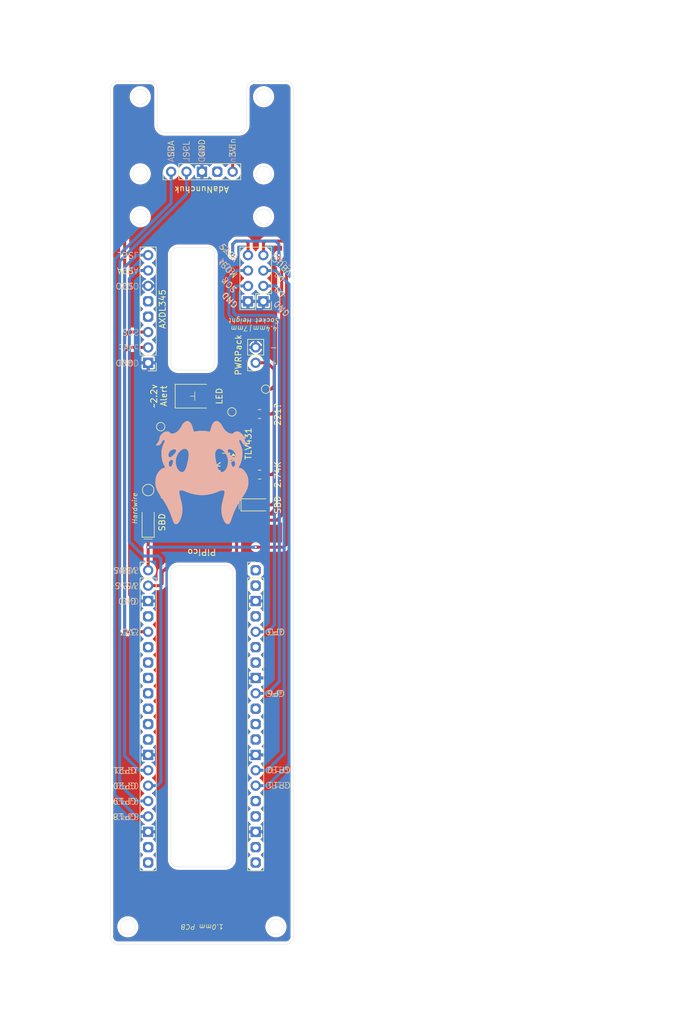
<source format=kicad_pcb>
(kicad_pcb (version 20240108) (generator "pcbnew") (generator_version "8.0")
  (layers (0 "F.Cu" signal) (31 "B.Cu" signal) (34 "B.Paste" user) (35 "F.Paste" user) (36 "B.SilkS" user "B.Silkscreen") (37 "F.SilkS" user "F.Silkscreen") (38 "B.Mask" user) (39 "F.Mask" user) (44 "Edge.Cuts" user))
  (net 0 "")
  (net 1 "3V3")
  (net 2 "GP18")
  (net 3 "GP20")
  (net 4 "GND")
  (net 5 "GP21")
  (net 12 "D-")
  (net 15 "D+")
  (net 19 "GP19")
  (net 33 "221_N")
  (net 34 "221_P")
  (net 35 "3.01K_P")
  (net 36 "USB-PwrIn")
  (net 37 "USB-PwrOut")
  (net 38 "GP3")
  (net 39 "GP6")
  (net 40 "AGND")
  (net 41 "SH_P")
  (footprint "CustomComponents:D_SOD-123F-HandSoldering-0.25mm" (layer "F.Cu") (at 150.05 107.5)
    (property "Reference" "D1" (hide yes))
    (property "Value" "MBR120VLSFT1G")
    (pad "1" smd roundrect (at -1.525 0) (size 1.35 1.6) (layers "F.Cu" "F.Paste" "F.Mask") (roundrect_rratio 0.2272727273) (net 41 "SH_P"))
    (pad "2" smd roundrect (at 1.525 0) (size 1.35 1.6) (layers "F.Cu" "F.Paste" "F.Mask") (roundrect_rratio 0.2272727273) (net 33 "221_N"))
  )
  (footprint "TestPoint:TestPoint_Pad_D1.5mm" (layer "F.Cu") (at 132.25 105.05)
    (property "Reference" "USBPwr1" (hide yes))
    (property "Value" "TestPoint")
    (pad "1" smd roundrect (at 0 0) (size 1.5 1.5) (layers "F.Cu" "F.Mask") (roundrect_rratio 0.33) (net 36 "USB-PwrIn"))
  )
  (footprint "CustomComponents:PinHeader_1x20_P2.54mm_Vertical-LowProfile" (layer "F.Cu") (at 132.25 118.29)
    (property "Reference" "GP20s1" (hide yes))
    (property "Value" "Conn_01x20_Pin")
    (pad "1" thru_hole circle (at 0 0) (size 1.7 1.7) (drill 1) (layers "*.Cu" "*.Mask") (net 37 "USB-PwrOut"))
    (pad "2" thru_hole oval (at 0 2.54) (size 1.7 1.7) (drill 1) (layers "*.Cu" "*.Mask") (net 41 "SH_P"))
    (pad "3" thru_hole rect (at 0 5.08) (size 1.7 1.7) (drill 1) (layers "*.Cu" "*.Mask") (net 4 "GND"))
    (pad "4" thru_hole roundrect (at 0 7.62) (size 1.7 1.7) (drill 1) (layers "*.Cu" "*.Mask") (roundrect_rratio 0) (chamfer_ratio 0.2) (chamfer top_left top_right bottom_left bottom_right))
    (pad "5" thru_hole oval (at 0 10.16) (size 1.7 1.7) (drill 1) (layers "*.Cu" "*.Mask") (net 1 "3V3"))
    (pad "6" thru_hole roundrect (at 0 12.7) (size 1.7 1.7) (drill 1) (layers "*.Cu" "*.Mask") (roundrect_rratio 0) (chamfer_ratio 0.2) (chamfer top_left top_right bottom_left bottom_right))
    (pad "7" thru_hole roundrect (at 0 15.24) (size 1.7 1.7) (drill 1) (layers "*.Cu" "*.Mask") (roundrect_rratio 0) (chamfer_ratio 0.2) (chamfer top_left top_right bottom_left bottom_right))
    (pad "8" thru_hole roundrect (at 0 17.78) (size 1.7 1.7) (drill 1) (layers "*.Cu" "*.Mask") (net 40 "AGND"))
    (pad "9" thru_hole roundrect (at 0 20.32) (size 1.7 1.7) (drill 1) (layers "*.Cu" "*.Mask") (roundrect_rratio 0) (chamfer_ratio 0.2) (chamfer top_left top_right bottom_left bottom_right))
    (pad "10" thru_hole roundrect (at 0 22.86) (size 1.7 1.7) (drill 1) (layers "*.Cu" "*.Mask") (roundrect_rratio 0) (chamfer_ratio 0.2) (chamfer top_left top_right bottom_left bottom_right))
    (pad "11" thru_hole roundrect (at 0 25.4) (size 1.7 1.7) (drill 1) (layers "*.Cu" "*.Mask") (roundrect_rratio 0) (chamfer_ratio 0.2) (chamfer top_left top_right bottom_left bottom_right))
    (pad "12" thru_hole roundrect (at 0 27.94) (size 1.7 1.7) (drill 1) (layers "*.Cu" "*.Mask") (roundrect_rratio 0) (chamfer_ratio 0.2) (chamfer top_left top_right bottom_left bottom_right))
    (pad "13" thru_hole rect (at 0 30.48) (size 1.7 1.7) (drill 1) (layers "*.Cu" "*.Mask") (net 4 "GND"))
    (pad "14" thru_hole oval (at 0 33.02) (size 1.7 1.7) (drill 1) (layers "*.Cu" "*.Mask") (net 5 "GP21"))
    (pad "15" thru_hole oval (at 0 35.56) (size 1.7 1.7) (drill 1) (layers "*.Cu" "*.Mask") (net 3 "GP20"))
    (pad "16" thru_hole oval (at 0 38.1) (size 1.7 1.7) (drill 1) (layers "*.Cu" "*.Mask") (net 19 "GP19"))
    (pad "17" thru_hole oval (at 0 40.64) (size 1.7 1.7) (drill 1) (layers "*.Cu" "*.Mask") (net 2 "GP18"))
    (pad "18" thru_hole rect (at 0 43.18) (size 1.7 1.7) (drill 1) (layers "*.Cu" "*.Mask") (net 4 "GND"))
    (pad "19" thru_hole roundrect (at 0 45.72) (size 1.7 1.7) (drill 1) (layers "*.Cu" "*.Mask") (roundrect_rratio 0) (chamfer_ratio 0.2) (chamfer top_left top_right bottom_left bottom_right))
    (pad "20" thru_hole roundrect (at 0 48.26) (size 1.7 1.7) (drill 1) (layers "*.Cu" "*.Mask") (roundrect_rratio 0) (chamfer_ratio 0.2) (chamfer top_left top_right bottom_left bottom_right))
  )
  (footprint "Resistor_SMD:R_0805_2012Metric_Pad1.20x1.40mm_HandSolder" (layer "F.Cu") (at 150.65 102.5)
    (property "Reference" "R2" (hide yes))
    (property "Value" "RQ73C2A3K01BTD")
    (pad "1" smd roundrect (at -1 0) (size 1.2 1.4) (layers "F.Cu" "F.Paste" "F.Mask") (roundrect_rratio 0.208333) (net 35 "3.01K_P"))
    (pad "2" smd roundrect (at 1 0) (size 1.2 1.4) (layers "F.Cu" "F.Paste" "F.Mask") (roundrect_rratio 0.208333) (net 33 "221_N"))
  )
  (footprint "Resistor_SMD:R_0805_2012Metric_Pad1.20x1.40mm_HandSolder" (layer "F.Cu") (at 150.65 92.5)
    (property "Reference" "R3" (hide yes))
    (property "Value" "RQ73C2A221RBTD")
    (pad "1" smd roundrect (at -1 0) (size 1.2 1.4) (layers "F.Cu" "F.Paste" "F.Mask") (roundrect_rratio 0.208333) (net 34 "221_P"))
    (pad "2" smd roundrect (at 1 0) (size 1.2 1.4) (layers "F.Cu" "F.Paste" "F.Mask") (roundrect_rratio 0.208333) (net 33 "221_N"))
  )
  (footprint "TestPoint:TestPoint_Pad_D1.0mm" (layer "F.Cu") (at 134.32 94.59)
    (property "Reference" "TP3" (hide yes))
    (property "Value" "TestPoint")
    (pad "1" smd circle (at 0 0) (size 1 1) (layers "F.Cu" "F.Mask") (net 4 "GND"))
  )
  (footprint "CustomComponents:PinSocket_2x04_P2.54mm_Vertical-4mm_Mirrored" (layer "F.Cu") (at 148.735 73.9 180)
    (property "Reference" "ConnBoard1" (hide yes))
    (property "Value" "Conn_02x04_Socket_Custom")
    (pad "1" thru_hole rect (at -2.54 0 180) (size 1.7 1.7) (drill 1) (layers "*.Cu" "*.Mask") (net 4 "GND"))
    (pad "2" thru_hole oval (at -2.54 2.54 180) (size 1.7 1.7) (drill 1) (layers "*.Cu" "*.Mask") (net 15 "D+"))
    (pad "3" thru_hole oval (at -2.54 5.08 180) (size 1.7 1.7) (drill 1) (layers "*.Cu" "*.Mask") (net 12 "D-"))
    (pad "4" thru_hole oval (at -2.54 7.62 180) (size 1.7 1.7) (drill 1) (layers "*.Cu" "*.Mask") (net 37 "USB-PwrOut"))
    (pad "5" thru_hole rect (at 0 0 180) (size 1.7 1.7) (drill 1) (layers "*.Cu" "*.Mask") (net 4 "GND"))
    (pad "6" thru_hole oval (at 0 2.54 180) (size 1.7 1.7) (drill 1) (layers "*.Cu" "*.Mask") (net 39 "GP6"))
    (pad "7" thru_hole oval (at 0 5.08 180) (size 1.7 1.7) (drill 1) (layers "*.Cu" "*.Mask") (net 38 "GP3"))
    (pad "8" thru_hole oval (at 0 7.62 180) (size 1.7 1.7) (drill 1) (layers "*.Cu" "*.Mask") (net 41 "SH_P"))
  )
  (footprint "CustomComponents:D_SOD-123F-HandSoldering-0.25mm" (layer "F.Cu") (at 132.25 110.3725 90)
    (property "Reference" "D3" (hide yes))
    (property "Value" "MBR120VLSFT1G")
    (pad "1" smd roundrect (at -1.525 0 90) (size 1.35 1.6) (layers "F.Cu" "F.Paste" "F.Mask") (roundrect_rratio 0.2272727273) (net 37 "USB-PwrOut"))
    (pad "2" smd roundrect (at 1.525 0 90) (size 1.35 1.6) (layers "F.Cu" "F.Paste" "F.Mask") (roundrect_rratio 0.2272727273) (net 36 "USB-PwrIn"))
  )
  (footprint "CustomComponents:PinHeader_1x05_P2.54mm_Vertical-DoubleInsulator" (layer "F.Cu") (at 136.045 52.5 90)
    (property "Reference" "AdaNunchuk1" (hide yes))
    (property "Value" "Conn_01x05_Pin")
    (pad "1" thru_hole circle (at 0 0 90) (size 1.7 1.7) (drill 1) (layers "*.Cu" "*.Mask") (net 2 "GP18"))
    (pad "2" thru_hole oval (at 0 2.54 90) (size 1.7 1.7) (drill 1) (layers "*.Cu" "*.Mask") (net 19 "GP19"))
    (pad "3" thru_hole rect (at 0 5.08 90) (size 1.7 1.7) (drill 1) (layers "*.Cu" "*.Mask") (net 4 "GND"))
    (pad "4" thru_hole roundrect (at 0 7.62 90) (size 1.7 1.7) (drill 1) (layers "*.Cu" "*.Mask") (roundrect_rratio 0) (chamfer_ratio 0.2) (chamfer top_left top_right bottom_left bottom_right))
    (pad "5" thru_hole oval (at 0 10.16 90) (size 1.7 1.7) (drill 1) (layers "*.Cu" "*.Mask") (net 1 "3V3"))
  )
  (footprint "CustomComponents:SOT-23-HandSoldering-0.25mm" (layer "F.Cu") (at 145.15 97.4125 180)
    (property "Reference" "U1" (hide yes))
    (property "Value" "TLV431DBZ")
    (pad "1" smd roundrect (at -1.0625 -0.95 180) (size 1.725 1.1) (layers "F.Cu" "F.Paste" "F.Mask") (net 35 "3.01K_P"))
    (pad "2" smd roundrect (at -1.0625 0.95 180) (size 1.725 1.1) (layers "F.Cu" "F.Paste" "F.Mask") (net 34 "221_P"))
    (pad "3" smd roundrect (at 1.0625 0 180) (size 1.725 1.1) (layers "F.Cu" "F.Paste" "F.Mask") (net 4 "GND"))
  )
  (footprint "CustomComponents:PinSocket_1x02_P2.54mm_Vertical-4mm" (layer "F.Cu") (at 150 84.04 180)
    (property "Reference" "PWRPack1" (hide yes))
    (property "Value" "Conn_01x02_Pin")
    (pad "1" thru_hole circle (at 0 0 180) (size 1.7 1.7) (drill 1) (layers "*.Cu" "*.Mask") (net 33 "221_N"))
    (pad "2" thru_hole oval (at 0 2.54 180) (size 1.7 1.7) (drill 1) (layers "*.Cu" "*.Mask") (net 4 "GND"))
  )
  (footprint "TestPoint:TestPoint_Pad_D1.0mm" (layer "F.Cu") (at 151.65 88.4)
    (property "Reference" "TP1" (hide yes))
    (property "Value" "TestPoint")
    (pad "1" smd circle (at 0 0) (size 1 1) (layers "F.Cu" "F.Mask") (net 33 "221_N"))
  )
  (footprint "CustomComponents:PinHeader_1x08_P2.54mm_Vertical-LowProfile" (layer "F.Cu") (at 132.25 84.05 180)
    (property "Reference" "AXDL345" (at -2.375 8.874999 -90) (layer "F.SilkS"))
    (property "Value" "Conn_01x08_Pin")
    (pad "1" thru_hole rect (at 0 0 180) (size 1.7 1.7) (drill 1) (layers "*.Cu" "*.Mask") (net 4 "GND"))
    (pad "2" thru_hole oval (at 0 2.54 180) (size 1.7 1.7) (drill 1) (layers "*.Cu" "*.Mask") (net 1 "3V3"))
    (pad "3" thru_hole oval (at 0 5.08 180) (size 1.7 1.7) (drill 1) (layers "*.Cu" "*.Mask") (net 1 "3V3"))
    (pad "4" thru_hole roundrect (at 0 7.62 180) (size 1.7 1.7) (drill 1) (layers "*.Cu" "*.Mask") (roundrect_rratio 0) (chamfer_ratio 0.2) (chamfer top_left top_right bottom_left bottom_right))
    (pad "5" thru_hole roundrect (at 0 10.16 180) (size 1.7 1.7) (drill 1) (layers "*.Cu" "*.Mask") (roundrect_rratio 0) (chamfer_ratio 0.2) (chamfer top_left top_right bottom_left bottom_right))
    (pad "6" thru_hole oval (at 0 12.7 180) (size 1.7 1.7) (drill 1) (layers "*.Cu" "*.Mask") (net 4 "GND"))
    (pad "7" thru_hole oval (at 0 15.24 180) (size 1.7 1.7) (drill 1) (layers "*.Cu" "*.Mask") (net 3 "GP20"))
    (pad "8" thru_hole oval (at 0 17.78 180) (size 1.7 1.7) (drill 1) (layers "*.Cu" "*.Mask") (net 5 "GP21"))
  )
  (footprint "TestPoint:TestPoint_Pad_D1.0mm" (layer "F.Cu") (at 146.075 92.15)
    (property "Reference" "TP4" (hide yes))
    (property "Value" "TestPoint")
    (pad "1" smd circle (at 0 0) (size 1 1) (layers "F.Cu" "F.Mask") (net 34 "221_P"))
  )
  (footprint "Resistor_SMD:R_0805_2012Metric_Pad1.20x1.40mm_HandSolder" (layer "F.Cu") (at 140.65 102.5)
    (property "Reference" "R1" (hide yes))
    (property "Value" "RQ73C2A3K57BTD")
    (pad "1" smd roundrect (at -1 0) (size 1.2 1.4) (layers "F.Cu" "F.Paste" "F.Mask") (roundrect_rratio 0.208333) (net 4 "GND"))
    (pad "2" smd roundrect (at 1 0) (size 1.2 1.4) (layers "F.Cu" "F.Paste" "F.Mask") (roundrect_rratio 0.208333) (net 35 "3.01K_P"))
  )
  (footprint "CustomComponents:LED_1208_Metric_Pad2.4x3.20mm_HandSolder" (layer "F.Cu") (at 139.65 89.55)
    (property "Reference" "D2" (hide yes))
    (property "Value" "QBLP653-S5")
    (pad "1" smd roundrect (at -1.825 0) (size 1.55 3.4) (layers "F.Cu" "F.Paste" "F.Mask") (roundrect_rratio 0.192308) (net 4 "GND"))
    (pad "2" smd roundrect (at 1.825 0) (size 1.55 3.4) (layers "F.Cu" "F.Paste" "F.Mask") (roundrect_rratio 0.192308) (net 34 "221_P"))
  )
  (footprint "TestPoint:TestPoint_Pad_D1.0mm" (layer "F.Cu") (at 146.5 100.85)
    (property "Reference" "TP2" (hide yes))
    (property "Value" "TestPoint")
    (pad "1" smd circle (at 0 0) (size 1 1) (layers "F.Cu" "F.Mask") (net 35 "3.01K_P"))
  )
  (footprint "CustomComponents:PinHeader_1x20_P2.54mm_Vertical-LowProfile" (layer "F.Cu") (at 150 118.29)
    (property "Reference" "GP10s1" (hide yes))
    (property "Value" "Conn_01x20_Pin")
    (pad "1" thru_hole roundrect (at 0 0) (size 1.7 1.7) (drill 1) (layers "*.Cu" "*.Mask") (roundrect_rratio 0) (chamfer_ratio 0.2) (chamfer top_left top_right bottom_left bottom_right))
    (pad "2" thru_hole roundrect (at 0 2.54) (size 1.7 1.7) (drill 1) (layers "*.Cu" "*.Mask") (roundrect_rratio 0) (chamfer_ratio 0.2) (chamfer top_left top_right bottom_left bottom_right))
    (pad "3" thru_hole rect (at 0 5.08) (size 1.7 1.7) (drill 1) (layers "*.Cu" "*.Mask") (net 4 "GND"))
    (pad "4" thru_hole roundrect (at 0 7.62) (size 1.7 1.7) (drill 1) (layers "*.Cu" "*.Mask") (roundrect_rratio 0) (chamfer_ratio 0.2) (chamfer top_left top_right bottom_left bottom_right))
    (pad "5" thru_hole oval (at 0 10.16) (size 1.7 1.7) (drill 1) (layers "*.Cu" "*.Mask") (net 38 "GP3"))
    (pad "6" thru_hole roundrect (at 0 12.7) (size 1.7 1.7) (drill 1) (layers "*.Cu" "*.Mask") (roundrect_rratio 0) (chamfer_ratio 0.2) (chamfer top_left top_right bottom_left bottom_right))
    (pad "7" thru_hole roundrect (at 0 15.24) (size 1.7 1.7) (drill 1) (layers "*.Cu" "*.Mask") (roundrect_rratio 0) (chamfer_ratio 0.2) (chamfer top_left top_right bottom_left bottom_right))
    (pad "8" thru_hole rect (at 0 17.78) (size 1.7 1.7) (drill 1) (layers "*.Cu" "*.Mask") (net 4 "GND"))
    (pad "9" thru_hole oval (at 0 20.32) (size 1.7 1.7) (drill 1) (layers "*.Cu" "*.Mask") (net 39 "GP6"))
    (pad "10" thru_hole roundrect (at 0 22.86) (size 1.7 1.7) (drill 1) (layers "*.Cu" "*.Mask") (roundrect_rratio 0) (chamfer_ratio 0.2) (chamfer top_left top_right bottom_left bottom_right))
    (pad "11" thru_hole roundrect (at 0 25.4) (size 1.7 1.7) (drill 1) (layers "*.Cu" "*.Mask") (roundrect_rratio 0) (chamfer_ratio 0.2) (chamfer top_left top_right bottom_left bottom_right))
    (pad "12" thru_hole roundrect (at 0 27.94) (size 1.7 1.7) (drill 1) (layers "*.Cu" "*.Mask") (roundrect_rratio 0) (chamfer_ratio 0.2) (chamfer top_left top_right bottom_left bottom_right))
    (pad "13" thru_hole rect (at 0 30.48) (size 1.7 1.7) (drill 1) (layers "*.Cu" "*.Mask") (net 4 "GND"))
    (pad "14" thru_hole oval (at 0 33.02) (size 1.7 1.7) (drill 1) (layers "*.Cu" "*.Mask") (net 15 "D+"))
    (pad "15" thru_hole oval (at 0 35.56) (size 1.7 1.7) (drill 1) (layers "*.Cu" "*.Mask") (net 12 "D-"))
    (pad "16" thru_hole roundrect (at 0 38.1) (size 1.7 1.7) (drill 1) (layers "*.Cu" "*.Mask") (roundrect_rratio 0) (chamfer_ratio 0.2) (chamfer top_left top_right bottom_left bottom_right))
    (pad "17" thru_hole roundrect (at 0 40.64) (size 1.7 1.7) (drill 1) (layers "*.Cu" "*.Mask") (roundrect_rratio 0) (chamfer_ratio 0.2) (chamfer top_left top_right bottom_left bottom_right))
    (pad "18" thru_hole rect (at 0 43.18) (size 1.7 1.7) (drill 1) (layers "*.Cu" "*.Mask") (net 4 "GND"))
    (pad "19" thru_hole roundrect (at 0 45.72) (size 1.7 1.7) (drill 1) (layers "*.Cu" "*.Mask") (roundrect_rratio 0) (chamfer_ratio 0.2) (chamfer top_left top_right bottom_left bottom_right))
    (pad "20" thru_hole roundrect (at 0 48.26) (size 1.7 1.7) (drill 1) (layers "*.Cu" "*.Mask") (roundrect_rratio 0) (chamfer_ratio 0.2) (chamfer top_left top_right bottom_left bottom_right))
  )
  (footprint "LOGO" (layer "B.Cu") (at 141.125 102.171375)
    (property "Reference" "G***" (hide yes))
    (property "Value" "LOGO" (hide yes))
  )
  (gr_line (start 147.28 106.8) (end 147.28 108.2) (stroke (width 0.1)) (layer "F.SilkS"))
  (gr_line (start 139.25 89.55) (end 139.95 89.55) (stroke (width 0.1)) (layer "F.SilkS"))
  (gr_line (start 139.95 88.85) (end 139.95 90.25) (stroke (width 0.1)) (layer "F.SilkS"))
  (gr_line (start 131.55 113.14) (end 132.95 113.14) (stroke (width 0.1)) (layer "F.SilkS"))
  (gr_circle (center 151.305 59.9375) (end 151.305 58.6875) (stroke (width 0.05)) (fill none) (layer "Edge.Cuts"))
  (gr_circle (center 130.945 40.12) (end 130.945 38.87) (stroke (width 0.05)) (fill none) (layer "Edge.Cuts"))
  (gr_arc (start 148.5 44.8) (mid 148.133883 45.683883) (end 147.25 46.05) (stroke (width 0.05)) (layer "Edge.Cuts"))
  (gr_arc (start 136 118.75) (mid 136.366117 117.866117) (end 137.25 117.5) (stroke (width 0.05)) (layer "Edge.Cuts"))
  (gr_line (start 137.25 65) (end 142 65) (stroke (width 0.05)) (layer "Edge.Cuts"))
  (gr_line (start 156.25 38.8) (end 156.25 178.8) (stroke (width 0.05)) (layer "Edge.Cuts"))
  (gr_arc (start 135 46.05) (mid 134.116117 45.683883) (end 133.75 44.8) (stroke (width 0.05)) (layer "Edge.Cuts"))
  (gr_circle (center 128.9 177.15) (end 128.9 175.9) (stroke (width 0.05)) (fill none) (layer "Edge.Cuts"))
  (gr_line (start 142 85.25) (end 137.25 85.25) (stroke (width 0.05)) (layer "Edge.Cuts"))
  (gr_arc (start 145 117.5) (mid 145.883883 117.866117) (end 146.25 118.75) (stroke (width 0.05)) (layer "Edge.Cuts"))
  (gr_arc (start 137.25 167.25) (mid 136.366117 166.883883) (end 136 166) (stroke (width 0.05)) (layer "Edge.Cuts"))
  (gr_line (start 148.5 44.8) (end 148.5 38.8) (stroke (width 0.05)) (layer "Edge.Cuts"))
  (gr_arc (start 132.5 37.55) (mid 133.383883 37.916117) (end 133.75 38.8) (stroke (width 0.05)) (layer "Edge.Cuts"))
  (gr_line (start 155 180.05) (end 127.25 180.05) (stroke (width 0.05)) (layer "Edge.Cuts"))
  (gr_arc (start 126 38.8) (mid 126.366117 37.916117) (end 127.25 37.55) (stroke (width 0.05)) (layer "Edge.Cuts"))
  (gr_circle (center 130.945 59.9375) (end 130.945 58.6875) (stroke (width 0.05)) (fill none) (layer "Edge.Cuts"))
  (gr_line (start 146.25 118.75) (end 146.25 166) (stroke (width 0.05)) (layer "Edge.Cuts"))
  (gr_arc (start 143.25 84) (mid 142.883883 84.883883) (end 142 85.25) (stroke (width 0.05)) (layer "Edge.Cuts"))
  (gr_circle (center 151.305 40.12) (end 151.305 38.87) (stroke (width 0.05)) (fill none) (layer "Edge.Cuts"))
  (gr_arc (start 148.5 38.8) (mid 148.866117 37.916117) (end 149.75 37.55) (stroke (width 0.05)) (layer "Edge.Cuts"))
  (gr_line (start 137.25 117.5) (end 145 117.5) (stroke (width 0.05)) (layer "Edge.Cuts"))
  (gr_arc (start 156.25 178.8) (mid 155.883883 179.683883) (end 155 180.05) (stroke (width 0.05)) (layer "Edge.Cuts"))
  (gr_line (start 145 167.25) (end 137.25 167.25) (stroke (width 0.05)) (layer "Edge.Cuts"))
  (gr_line (start 143.25 66.25) (end 143.25 84) (stroke (width 0.05)) (layer "Edge.Cuts"))
  (gr_line (start 136 84) (end 136 66.25) (stroke (width 0.05)) (layer "Edge.Cuts"))
  (gr_line (start 126 178.8) (end 126 38.8) (stroke (width 0.05)) (layer "Edge.Cuts"))
  (gr_arc (start 127.25 180.05) (mid 126.366117 179.683883) (end 126 178.8) (stroke (width 0.05)) (layer "Edge.Cuts"))
  (gr_arc (start 155 37.55) (mid 155.883883 37.916117) (end 156.25 38.8) (stroke (width 0.05)) (layer "Edge.Cuts"))
  (gr_circle (center 153.35 177.15) (end 153.35 175.9) (stroke (width 0.05)) (fill none) (layer "Edge.Cuts"))
  (gr_circle (center 130.945 52.86) (end 130.945 51.61) (stroke (width 0.05)) (fill none) (layer "Edge.Cuts"))
  (gr_line (start 149.75 37.55) (end 155 37.55) (stroke (width 0.05)) (layer "Edge.Cuts"))
  (gr_arc (start 137.25 85.25) (mid 136.366117 84.883883) (end 136 84) (stroke (width 0.05)) (layer "Edge.Cuts"))
  (gr_line (start 133.75 38.8) (end 133.75 44.8) (stroke (width 0.05)) (layer "Edge.Cuts"))
  (gr_circle (center 151.305 52.86) (end 151.305 51.61) (stroke (width 0.05)) (fill none) (layer "Edge.Cuts"))
  (gr_line (start 136 166) (end 136 118.75) (stroke (width 0.05)) (layer "Edge.Cuts"))
  (gr_arc (start 146.25 166) (mid 145.883883 166.883883) (end 145 167.25) (stroke (width 0.05)) (layer "Edge.Cuts"))
  (gr_line (start 135 46.05) (end 147.25 46.05) (stroke (width 0.05)) (layer "Edge.Cuts"))
  (gr_arc (start 136 66.25) (mid 136.366117 65.366117) (end 137.25 65) (stroke (width 0.05)) (layer "Edge.Cuts"))
  (gr_arc (start 142 65) (mid 142.883883 65.366117) (end 143.25 66.25) (stroke (width 0.05)) (layer "Edge.Cuts"))
  (gr_line (start 127.25 37.55) (end 132.5 37.55) (stroke (width 0.05)) (layer "Edge.Cuts"))
  (gr_text "   GP6" (at 149.14 138.6 180) (layer "B.SilkS") (effects (font (size 1 1) (thickness 0.1)) (justify left mirror)))
  (gr_text "   SCL" (at 125.55 66.27 180) (layer "B.SilkS") (effects (font (size 1 1) (thickness 0.1)) (justify left mirror)))
  (gr_text "   GND" (at 125.35 123.37 180) (layer "B.SilkS") (effects (font (size 1 1) (thickness 0.1)) (justify left mirror)))
  (gr_text "   SCL" (at 138.585 45.8 90) (layer "B.SilkS") (effects (font (size 1 1) (thickness 0.1)) (justify left mirror)))
  (gr_text "   GP11" (at 149.19 153.77 180) (layer "B.SilkS") (effects (font (size 1 1) (thickness 0.1)) (justify left mirror)))
  (gr_text "   +" (at 150 83.995 0) (layer "B.SilkS") (effects (font (size 1 1) (thickness 0.1)) (justify left)))
  (gr_text "   VBUS\n" (at 124.525 118.29 180) (layer "B.SilkS") (effects (font (size 1 1) (thickness 0.1)) (justify left mirror)))
  (gr_text "   SDO" (at 125.4 71.35 180) (layer "B.SilkS") (effects (font (size 1 1) (thickness 0.1)) (justify left mirror)))
  (gr_text "   VBUS" (at 151.325 64.35 135) (layer "B.SilkS") (effects (font (size 1 1) (thickness 0.1)) (justify left mirror)))
  (gr_text "   SCK" (at 142.975 68.375 135) (layer "B.SilkS") (effects (font (size 1 1) (thickness 0.1)) (justify left mirror)))
  (gr_text "   GP18" (at 124.5 158.93 180) (layer "B.SilkS") (effects (font (size 1 1) (thickness 0.1)) (justify left mirror)))
  (gr_text "   D+" (at 151.725 70.025 135) (layer "B.SilkS") (effects (font (size 1 1) (thickness 0.1)) (justify left mirror)))
  (gr_text "   MOSI" (at 142.525 65.3 135) (layer "B.SilkS") (effects (font (size 1 1) (thickness 0.1)) (justify left mirror)))
  (gr_text "   GP19" (at 124.475 156.39 180) (layer "B.SilkS") (effects (font (size 1 1) (thickness 0.1)) (justify left mirror)))
  (gr_text "   CS" (at 126.45 78.97 180) (layer "B.SilkS") (effects (font (size 1 1) (thickness 0.1)) (justify left mirror)))
  (gr_text "   SDA" (at 136.045 45.75 90) (layer "B.SilkS") (effects (font (size 1 1) (thickness 0.1)) (justify left mirror)))
  (gr_text "   3V3" (at 125.625 128.45 180) (layer "B.SilkS") (effects (font (size 1 1) (thickness 0.1)) (justify left mirror)))
  (gr_text "   GP3" (at 149.19 128.44 180) (layer "B.SilkS") (effects (font (size 1 1) (thickness 0.1)) (justify left mirror)))
  (gr_text "   GND" (at 143.025 71 135) (layer "B.SilkS") (effects (font (size 1 1) (thickness 0.1)) (justify left mirror)))
  (gr_text "   3VIn" (at 146.205 45.5 90) (layer "B.SilkS") (effects (font (size 1 1) (thickness 0.1)) (justify left mirror)))
  (gr_text "   VSYS" (at 124.775 120.83 180) (layer "B.SilkS") (effects (font (size 1 1) (thickness 0.1)) (justify left mirror)))
  (gr_text "   GND" (at 125.35 84.05 180) (layer "B.SilkS") (effects (font (size 1 1) (thickness 0.1)) (justify left mirror)))
  (gr_text "   GP10" (at 149.19 151.23 180) (layer "B.SilkS") (effects (font (size 1 1) (thickness 0.1)) (justify left mirror)))
  (gr_text "   SDA" (at 125.5 68.81 180) (layer "B.SilkS") (effects (font (size 1 1) (thickness 0.1)) (justify left mirror)))
  (gr_text "   D-" (at 151.7 67.5 135) (layer "B.SilkS") (effects (font (size 1 1) (thickness 0.1)) (justify left mirror)))
  (gr_text "   GND" (at 151.6 72.3 135) (layer "B.SilkS") (effects (font (size 1 1) (thickness 0.1)) (justify left mirror)))
  (gr_text "   VSYS" (at 142.6 62.775 135) (layer "B.SilkS") (effects (font (size 1 1) (thickness 0.1)) (justify left mirror)))
  (gr_text "   GP20" (at 124.475 153.85 180) (layer "B.SilkS") (effects (font (size 1 1) (thickness 0.1)) (justify left mirror)))
  (gr_text "   GP21" (at 124.475 151.31 180) (layer "B.SilkS") (effects (font (size 1 1) (thickness 0.1)) (justify left mirror)))
  (gr_text "   GND" (at 141.125 45.6 90) (layer "B.SilkS") (effects (font (size 1 1) (thickness 0.1)) (justify left mirror)))
  (gr_text "   Vcc" (at 125.825 81.51 180) (layer "B.SilkS") (effects (font (size 1 1) (thickness 0.1)) (justify left mirror)))
  (gr_text "   -" (at 150 81.47 0) (layer "B.SilkS") (effects (font (size 1 1) (thickness 0.1)) (justify left)))
  (gr_text "   3VIn" (at 146.205 52.5 90) (layer "F.SilkS") (effects (font (size 1 1) (thickness 0.1)) (justify left)))
  (gr_text "   GND" (at 132.25 84.05 180) (layer "F.SilkS") (effects (font (size 1 1) (thickness 0.1)) (justify left)))
  (gr_text "4.4mm|7mm\nSocket Height" (at 149.76 77.72 180) (layer "F.SilkS") (effects (font (size 0.8 0.8) (thickness 0.1) (italic yes))))
  (gr_text "   VBUS" (at 152.975 66.575 135) (layer "F.SilkS") (effects (font (size 1 1) (thickness 0.1)) (justify right)))
  (gr_text "   SDO" (at 132.225 71.35 180) (layer "F.SilkS") (effects (font (size 1 1) (thickness 0.1)) (justify left)))
  (gr_text "   Vcc" (at 132.25 81.51 180) (layer "F.SilkS") (effects (font (size 1 1) (thickness 0.1)) (justify left)))
  (gr_text "   MOSI" (at 144.15 67.2 135) (layer "F.SilkS") (effects (font (size 1 1) (thickness 0.1)) (justify right)))
  (gr_text "   CS" (at 132.25 78.97 180) (layer "F.SilkS") (effects (font (size 1 1) (thickness 0.1)) (justify left)))
  (gr_text "TLV431" (at 148.8 97.4 90) (layer "F.SilkS") (effects (font (size 1 1))))
  (gr_text "   VSYS" (at 144.25 64.5 135) (layer "F.SilkS") (effects (font (size 1 1) (thickness 0.1)) (justify right)))
  (gr_text "   +" (at 150 84.04 0) (layer "F.SilkS") (effects (font (size 1 1) (thickness 0.1)) (justify left)))
  (gr_text "   GND" (at 153.15 73.975 135) (layer "F.SilkS") (effects (font (size 1 1) (thickness 0.1)) (justify right)))
  (gr_text "   D-" (at 152.875 68.9 135) (layer "F.SilkS") (effects (font (size 1 1) (thickness 0.1)) (justify right)))
  (gr_text "   SDA" (at 136.045 52.5 90) (layer "F.SilkS") (effects (font (size 1 1) (thickness 0.1)) (justify left)))
  (gr_text "USB\nVIn*" (at 135.75 105.05 90) (layer "F.SilkS") (effects (font (size 1 1))))
  (gr_text "   GP18" (at 132.675 158.93 180) (layer "F.SilkS") (effects (font (size 1 1) (thickness 0.1)) (justify left)))
  (gr_text "   GP20" (at 132.675 153.85 180) (layer "F.SilkS") (effects (font (size 1 1) (thickness 0.1)) (justify left)))
  (gr_text "   GP19" (at 132.675 156.39 180) (layer "F.SilkS") (effects (font (size 1 1) (thickness 0.1)) (justify left)))
  (gr_text "   D+" (at 152.9 71.375 135) (layer "F.SilkS") (effects (font (size 1 1) (thickness 0.1)) (justify right)))
  (gr_text "   GP10" (at 151.82 151.21 180) (layer "F.SilkS") (effects (font (size 1 1) (thickness 0.1)) (justify right)))
  (gr_text "2.74K" (at 153.65 102.5 90) (layer "F.SilkS") (effects (font (size 1 1))))
  (gr_text "   GP11" (at 151.82 153.75 180) (layer "F.SilkS") (effects (font (size 1 1) (thickness 0.1)) (justify right)))
  (gr_text "   GND\n" (at 141.125 52.5 90) (layer "F.SilkS") (effects (font (size 1 1) (thickness 0.1)) (justify left)))
  (gr_text "   3V3" (at 132.675 128.45 180) (layer "F.SilkS") (effects (font (size 1 1) (thickness 0.1)) (justify left)))
  (gr_text "PWRPack" (at 147.15 82.75 90) (layer "F.SilkS") (effects (font (size 1 1))))
  (gr_text "1.0mm PCB" (at 141.175 177.15 180) (layer "F.SilkS") (effects (font (size 0.8 0.8) (thickness 0.1) (italic yes))))
  (gr_text "LED" (at 144 89.55 90) (layer "F.SilkS") (effects (font (size 1 1))))
  (gr_text "SBD" (at 153.65 107.5 90) (layer "F.SilkS") (effects (font (size 1 1))))
  (gr_text "   SCL\n" (at 138.585 52.5 90) (layer "F.SilkS") (effects (font (size 1 1) (thickness 0.1)) (justify left)))
  (gr_text "   GND" (at 132.675 123.37 180) (layer "F.SilkS") (effects (font (size 1 1) (thickness 0.1)) (justify left)))
  (gr_text "   VBUS" (at 132.675 118.29 180) (layer "F.SilkS") (effects (font (size 1 1) (thickness 0.1)) (justify left)))
  (gr_text "SBD" (at 134.55 110.372501 90) (layer "F.SilkS") (effects (font (size 1 1))))
  (gr_text "221?" (at 153.65 92.55 90) (layer "F.SilkS") (effects (font (size 1 1))))
  (gr_text "   VSYS" (at 132.675 120.83 180) (layer "F.SilkS") (effects (font (size 1 1) (thickness 0.1)) (justify left)))
  (gr_text "   -" (at 150 81.515 0) (layer "F.SilkS") (effects (font (size 1 1) (thickness 0.1)) (justify left)))
  (gr_text "Hardwire" (at 130.03 108.08 90) (layer "F.SilkS") (effects (font (size 0.8 0.8) (thickness 0.1) (italic yes))))
  (gr_text "3.57K" (at 143.7 102.5 90) (layer "F.SilkS") (effects (font (size 1 1))))
  (gr_text "~2.2v\nAlert" (at 134.025 89.525 90) (layer "F.SilkS") (effects (font (size 1 1))))
  (gr_text "   GP3" (at 151.82 128.42 180) (layer "F.SilkS") (effects (font (size 1 1) (thickness 0.1)) (justify right)))
  (gr_text "   SCK" (at 144.55 70.1 135) (layer "F.SilkS") (effects (font (size 1 1) (thickness 0.1)) (justify right)))
  (gr_text "   GND" (at 144.625 72.5 135) (layer "F.SilkS") (effects (font (size 1 1) (thickness 0.1)) (justify right)))
  (gr_text "   SCL" (at 132.25 66.27 180) (layer "F.SilkS") (effects (font (size 1 1) (thickness 0.1)) (justify left)))
  (gr_text "AdaNunchuk" (at 141.0975 55.425 180) (layer "F.SilkS") (effects (font (size 1 1))))
  (gr_text "PiPico" (at 141.1 115.3 180) (layer "F.SilkS") (effects (font (size 1 1))))
  (gr_text "   SDA" (at 132.25 68.81 180) (layer "F.SilkS") (effects (font (size 1 1) (thickness 0.1)) (justify left)))
  (gr_text "   GP21" (at 132.675 151.31 180) (layer "F.SilkS") (effects (font (size 1 1) (thickness 0.1)) (justify left)))
  (gr_text "   GP6" (at 151.795 138.58 180) (layer "F.SilkS") (effects (font (size 1 1) (thickness 0.1)) (justify right)))
  (segment (start 128.375 79.575) (end 128.375 80.25) (width 0.5) (layer "F.Cu") (net 1))
  (segment (start 128.375 52.43733) (end 128.375 80.25) (width 0.5) (layer "F.Cu") (net 1))
  (segment (start 128.775 128.45) (end 128.375 128.05) (width 0.5) (layer "F.Cu") (net 1))
  (segment (start 145.35 49.7) (end 131.11233 49.7) (width 0.5) (layer "F.Cu") (net 1))
  (segment (start 128.5 82) (end 128.99 81.51) (width 0.5) (layer "F.Cu") (net 1))
  (segment (start 146.205 50.555) (end 145.35 49.7) (width 0.5) (layer "F.Cu") (net 1))
  (segment (start 128.375 128.05) (end 128.375 80.25) (width 0.5) (layer "F.Cu") (net 1))
  (segment (start 146.205 52.5) (end 146.205 50.555) (width 0.5) (layer "F.Cu") (net 1))
  (segment (start 132.25 78.97) (end 128.98 78.97) (width 0.5) (layer "F.Cu") (net 1))
  (segment (start 132.25 128.45) (end 128.775 128.45) (width 0.5) (layer "F.Cu") (net 1))
  (segment (start 128.99 81.51) (end 132.25 81.51) (width 0.5) (layer "F.Cu") (net 1))
  (segment (start 128.98 78.97) (end 128.375 79.575) (width 0.5) (layer "F.Cu") (net 1))
  (segment (start 131.11233 49.7) (end 128.375 52.43733) (width 0.5) (layer "F.Cu") (net 1))
  (segment (start 136.045 52.5) (end 136.045 57.674445) (width 0.5) (layer "B.Cu") (net 2))
  (segment (start 130.3 158.93) (end 132.25 158.93) (width 0.5) (layer "B.Cu") (net 2))
  (segment (start 132.267837 61.451608) (end 132.196729 61.503271) (width 0.5) (layer "B.Cu") (net 2))
  (segment (start 126.75 155.38) (end 130.3 158.93) (width 0.5) (layer "B.Cu") (net 2))
  (segment (start 136.045 57.674445) (end 132.267837 61.451608) (width 0.5) (layer "B.Cu") (net 2))
  (segment (start 126.75 66.95) (end 126.75 155.38) (width 0.5) (layer "B.Cu") (net 2))
  (segment (start 132.196729 61.503271) (end 126.75 66.95) (width 0.5) (layer "B.Cu") (net 2))
  (segment (start 131.5125 115.95) (end 129.15 113.5875) (width 0.5) (layer "B.Cu") (net 3))
  (segment (start 129.15 70.15) (end 130.49 68.81) (width 0.5) (layer "B.Cu") (net 3))
  (segment (start 129.15 113.5875) (end 129.15 70.15) (width 0.5) (layer "B.Cu") (net 3))
  (segment (start 134.35 153.25) (end 134.35 116.425) (width 0.5) (layer "B.Cu") (net 3))
  (segment (start 133.875 115.95) (end 131.5125 115.95) (width 0.5) (layer "B.Cu") (net 3))
  (segment (start 134.35 116.425) (end 133.875 115.95) (width 0.5) (layer "B.Cu") (net 3))
  (segment (start 130.49 68.81) (end 132.25 68.81) (width 0.5) (layer "B.Cu") (net 3))
  (segment (start 133.75 153.85) (end 134.35 153.25) (width 0.5) (layer "B.Cu") (net 3))
  (segment (start 132.25 153.85) (end 133.75 153.85) (width 0.5) (layer "B.Cu") (net 3))
  (segment (start 145.575 83.975) (end 148.05 81.5) (width 0.5) (layer "F.Cu") (net 4))
  (segment (start 136.8 86.85) (end 142.7 86.85) (width 0.5) (layer "F.Cu") (net 4))
  (segment (start 143.65 97.4125) (end 136.6125 97.4125) (width 0.5) (layer "F.Cu") (net 4))
  (segment (start 133.85 86.85) (end 130.3 86.85) (width 0.5) (layer "F.Cu") (net 4))
  (segment (start 148.75 73.9) (end 151.29 73.9) (width 0.5) (layer "F.Cu") (net 4))
  (segment (start 130.3 86.85) (end 129.3 87.85) (width 0.5) (layer "F.Cu") (net 4))
  (segment (start 136.8 86.85) (end 134.8 86.85) (width 0.5) (layer "F.Cu") (net 4))
  (segment (start 135.8 92.95) (end 135.8 89) (width 0.5) (layer "F.Cu") (net 4))
  (segment (start 134.8 86.85) (end 133.85 86.85) (width 0.5) (layer "F.Cu") (net 4))
  (segment (start 133.75 71.35) (end 134.35 71.95) (width 0.5) (layer "F.Cu") (net 4))
  (segment (start 136.35 89.55) (end 135.8 89) (width 0.5) (layer "F.Cu") (net 4))
  (segment (start 135.25 86.4) (end 135.25 60.775) (width 0.5) (layer "F.Cu") (net 4))
  (segment (start 135.8 89) (end 135.8 87.85) (width 0.5) (layer "F.Cu") (net 4))
  (segment (start 135.8 95.21) (end 135.8 95.71) (width 0.5) (layer "F.Cu") (net 4))
  (segment (start 135.25 60.775) (end 141.125 54.9) (width 0.5) (layer "F.Cu") (net 4))
  (segment (start 135.8 96.6) (end 135.8 95.71) (width 0.5) (layer "F.Cu") (net 4))
  (segment (start 130.15 84.05) (end 132.25 84.05) (width 0.5) (layer "F.Cu") (net 4))
  (segment (start 134.35 86.35) (end 133.85 86.85) (width 0.5) (layer "F.Cu") (net 4))
  (segment (start 129.2 85) (end 129.2 122.35) (width 0.5) (layer "F.Cu") (net 4))
  (segment (start 136.35 89.55) (end 137.825 89.55) (width 0.5) (layer "F.Cu") (net 4))
  (segment (start 148.05 81.5) (end 150 81.5) (width 0.5) (layer "F.Cu") (net 4))
  (segment (start 134.35 71.95) (end 134.35 86.35) (width 0.5) (layer "F.Cu") (net 4))
  (segment (start 145.95 74.775) (end 145.95 83.6) (width 0.5) (layer "F.Cu") (net 4))
  (segment (start 137.575 102.5) (end 135.8 100.725) (width 0.5) (layer "F.Cu") (net 4))
  (segment (start 130.22 123.37) (end 129.2 122.35) (width 0.5) (layer "F.Cu") (net 4))
  (segment (start 135.8 95.175) (end 135.8 94.975) (width 0.5) (layer "F.Cu") (net 4))
  (segment (start 132.25 71.35) (end 133.75 71.35) (width 0.5) (layer "F.Cu") (net 4))
  (segment (start 129.2 85) (end 130.15 84.05) (width 0.5) (layer "F.Cu") (net 4))
  (segment (start 139.65 102.5) (end 137.575 102.5) (width 0.5) (layer "F.Cu") (net 4))
  (segment (start 135.8 100.725) (end 135.8 92.95) (width 0.5) (layer "F.Cu") (net 4))
  (segment (start 135.18 94.59) (end 135.8 95.21) (width 0.5) (layer "F.Cu") (net 4))
  (segment (start 135.8 94.975) (end 135.8 92.95) (width 0.5) (layer "F.Cu") (net 4))
  (segment (start 132.25 123.37) (end 130.22 123.37) (width 0.5) (layer "F.Cu") (net 4))
  (segment (start 135.8 87.85) (end 136.8 86.85) (width 0.5) (layer "F.Cu") (net 4))
  (segment (start 136.6125 97.4125) (end 135.8 96.6) (width 0.5) (layer "F.Cu") (net 4))
  (segment (start 142.7 86.85) (end 145.575 83.975) (width 0.5) (layer "F.Cu") (net 4))
  (segment (start 134.8 86.85) (end 135.25 86.4) (width 0.5) (layer "F.Cu") (net 4))
  (segment (start 145.95 83.6) (end 145.575 83.975) (width 0.5) (layer "F.Cu") (net 4))
  (segment (start 134.32 94.59) (end 135.18 94.59) (width 0.5) (layer "F.Cu") (net 4))
  (segment (start 141.125 54.9) (end 141.125 52.5) (width 0.5) (layer "F.Cu") (net 4))
  (segment (start 135.8 95.71) (end 135.8 95.175) (width 0.5) (layer "F.Cu") (net 4))
  (segment (start 148.75 73.9) (end 146.825 73.9) (width 0.5) (layer "F.Cu") (net 4))
  (segment (start 146.825 73.9) (end 145.95 74.775) (width 0.5) (layer "F.Cu") (net 4))
  (segment (start 128.35 68.3) (end 128.35 148.925) (width 0.5) (layer "B.Cu") (net 5))
  (segment (start 128.35 148.925) (end 130.735 151.31) (width 0.5) (layer "B.Cu") (net 5))
  (segment (start 130.38 66.27) (end 128.35 68.3) (width 0.5) (layer "B.Cu") (net 5))
  (segment (start 132.25 66.27) (end 130.38 66.27) (width 0.5) (layer "B.Cu") (net 5))
  (segment (start 130.735 151.31) (end 132.25 151.31) (width 0.5) (layer "B.Cu") (net 5))
  (segment (start 155.5 71.05) (end 155.5 150.3) (width 0.5) (layer "B.Cu") (net 12))
  (segment (start 153.27 68.82) (end 155.5 71.05) (width 0.5) (layer "B.Cu") (net 12))
  (segment (start 151.95 153.85) (end 150 153.85) (width 0.5) (layer "B.Cu") (net 12))
  (segment (start 151.29 68.82) (end 153.27 68.82) (width 0.5) (layer "B.Cu") (net 12))
  (segment (start 155.5 150.3) (end 151.95 153.85) (width 0.5) (layer "B.Cu") (net 12))
  (segment (start 153.26 71.36) (end 154.7 72.8) (width 0.5) (layer "B.Cu") (net 15))
  (segment (start 154.7 148.525) (end 151.915 151.31) (width 0.5) (layer "B.Cu") (net 15))
  (segment (start 154.7 72.8) (end 154.7 148.525) (width 0.5) (layer "B.Cu") (net 15))
  (segment (start 151.29 71.36) (end 153.26 71.36) (width 0.5) (layer "B.Cu") (net 15))
  (segment (start 151.915 151.31) (end 150 151.31) (width 0.5) (layer "B.Cu") (net 15))
  (segment (start 138.585 52.5) (end 138.585 56.265815) (width 0.5) (layer "B.Cu") (net 19))
  (segment (start 138.585 56.265815) (end 127.55 67.300815) (width 0.5) (layer "B.Cu") (net 19))
  (segment (start 127.55 67.300815) (end 127.55 153.625) (width 0.5) (layer "B.Cu") (net 19))
  (segment (start 130.315 156.39) (end 132.25 156.39) (width 0.5) (layer "B.Cu") (net 19))
  (segment (start 127.55 153.625) (end 130.315 156.39) (width 0.5) (layer "B.Cu") (net 19))
  (segment (start 153.05 92.1) (end 153.05 87.875) (width 0.5) (layer "F.Cu") (net 33))
  (segment (start 153.05 85.14) (end 151.95 84.04) (width 0.5) (layer "F.Cu") (net 33))
  (segment (start 152.65 102.5) (end 153.05 102.1) (width 0.5) (layer "F.Cu") (net 33))
  (segment (start 152.525 88.4) (end 153.05 87.875) (width 0.5) (layer "F.Cu") (net 33))
  (segment (start 153.05 102.1) (end 153.05 92.1) (width 0.5) (layer "F.Cu") (net 33))
  (segment (start 153.05 87.875) (end 153.05 85.14) (width 0.5) (layer "F.Cu") (net 33))
  (segment (start 151.65 92.5) (end 152.65 92.5) (width 0.5) (layer "F.Cu") (net 33))
  (segment (start 152.65 92.5) (end 153.05 92.1) (width 0.5) (layer "F.Cu") (net 33))
  (segment (start 151.65 88.4) (end 152.525 88.4) (width 0.5) (layer "F.Cu") (net 33))
  (segment (start 153.05 102.1) (end 153.05 107.1) (width 0.5) (layer "F.Cu") (net 33))
  (segment (start 150 84.04) (end 151.95 84.04) (width 0.5) (layer "F.Cu") (net 33))
  (segment (start 151.65 102.5) (end 152.65 102.5) (width 0.5) (layer "F.Cu") (net 33))
  (segment (start 151.7 107.5) (end 152.65 107.5) (width 0.5) (layer "F.Cu") (net 33))
  (segment (start 152.65 107.5) (end 153.05 107.1) (width 0.5) (layer "F.Cu") (net 33))
  (segment (start 146.5875 96.4625) (end 147.6875 96.4625) (width 0.5) (layer "F.Cu") (net 34))
  (segment (start 147.6875 96.4625) (end 148.05 96.1) (width 0.5) (layer "F.Cu") (net 34))
  (segment (start 144.65 92.7) (end 144.65 93.9) (width 0.5) (layer "F.Cu") (net 34))
  (segment (start 145.05 94.3) (end 147.4 94.3) (width 0.5) (layer "F.Cu") (net 34))
  (segment (start 145.2 92.15) (end 144.65 92.7) (width 0.5) (layer "F.Cu") (net 34))
  (segment (start 144.65 89.9) (end 144.65 92.7) (width 0.5) (layer "F.Cu") (net 34))
  (segment (start 146.075 92.15) (end 145.2 92.15) (width 0.5) (layer "F.Cu") (net 34))
  (segment (start 144.3 89.55) (end 141.475 89.55) (width 0.5) (layer "F.Cu") (net 34))
  (segment (start 148.65 92.5) (end 149.65 92.5) (width 0.5) (layer "F.Cu") (net 34))
  (segment (start 148.05 93.1) (end 148.65 92.5) (width 0.5) (layer "F.Cu") (net 34))
  (segment (start 144.65 93.9) (end 145.05 94.3) (width 0.5) (layer "F.Cu") (net 34))
  (segment (start 144.65 89.9) (end 144.3 89.55) (width 0.5) (layer "F.Cu") (net 34))
  (segment (start 148.05 96.1) (end 148.05 93.65) (width 0.5) (layer "F.Cu") (net 34))
  (segment (start 148.05 93.65) (end 148.05 93.1) (width 0.5) (layer "F.Cu") (net 34))
  (segment (start 147.4 94.3) (end 148.05 93.65) (width 0.5) (layer "F.Cu") (net 34))
  (segment (start 146.5875 98.3625) (end 147.7125 98.3625) (width 0.5) (layer "F.Cu") (net 35))
  (segment (start 146.5 100.85) (end 147.375 100.85) (width 0.5) (layer "F.Cu") (net 35))
  (segment (start 149.65 102.5) (end 148.45 102.5) (width 0.5) (layer "F.Cu") (net 35))
  (segment (start 148 102.05) (end 148.45 102.5) (width 0.5) (layer "F.Cu") (net 35))
  (segment (start 148 101.475) (end 148 102.05) (width 0.5) (layer "F.Cu") (net 35))
  (segment (start 148.45 102.5) (end 141.65 102.5) (width 0.5) (layer "F.Cu") (net 35))
  (segment (start 147.375 100.85) (end 148 101.475) (width 0.5) (layer "F.Cu") (net 35))
  (segment (start 147.7125 98.3625) (end 148 98.65) (width 0.5) (layer "F.Cu") (net 35))
  (segment (start 148 98.65) (end 148 101.475) (width 0.5) (layer "F.Cu") (net 35))
  (segment (start 132.25 105.05) (end 132.25 108.8475) (width 0.5) (layer "F.Cu") (net 36))
  (segment (start 155.1 64.45) (end 155.1 114) (width 0.5) (layer "F.Cu") (net 37))
  (segment (start 154.62 114.48) (end 155.1 114) (width 0.5) (layer "F.Cu") (net 37))
  (segment (start 132.25 111.8975) (end 132.25 118.29) (width 0.5) (layer "F.Cu") (net 37))
  (segment (start 151.29 64.26) (end 151.29 66.28) (width 0.5) (layer "F.Cu") (net 37))
  (segment (start 151.6 63.95) (end 151.29 64.26) (width 0.5) (layer "F.Cu") (net 37))
  (segment (start 150 114.48) (end 154.62 114.48) (width 0.5) (layer "F.Cu") (net 37))
  (segment (start 155.1 64.45) (end 154.6 63.95) (width 0.5) (layer "F.Cu") (net 37))
  (segment (start 154.6 63.95) (end 151.6 63.95) (width 0.5) (layer "F.Cu") (net 37))
  (via (at 132.25 114.48) (size 0.6) (drill 0.3) (layers "F.Cu" "B.Cu") (net 37))
  (via (at 150 114.48) (size 0.6) (drill 0.3) (layers "F.Cu" "B.Cu") (net 37))
  (segment (start 132.25 114.48) (end 150 114.48) (width 0.5) (layer "B.Cu") (net 37))
  (segment (start 146.49363 77.025) (end 152.69363 77.025) (width 0.5) (layer "B.Cu") (net 38))
  (segment (start 151.975 128.45) (end 150 128.45) (width 0.5) (layer "B.Cu") (net 38))
  (segment (start 146.78 68.82) (end 145.575 70.025) (width 0.5) (layer "B.Cu") (net 38))
  (segment (start 145.575 70.025) (end 145.575 76.10637) (width 0.5) (layer "B.Cu") (net 38))
  (segment (start 145.575 76.10637) (end 146.49363 77.025) (width 0.5) (layer "B.Cu") (net 38))
  (segment (start 152.69363 77.025) (end 153.1 77.43137) (width 0.5) (layer "B.Cu") (net 38))
  (segment (start 148.75 68.82) (end 146.78 68.82) (width 0.5) (layer "B.Cu") (net 38))
  (segment (start 153.1 77.43137) (end 153.1 127.325) (width 0.5) (layer "B.Cu") (net 38))
  (segment (start 153.1 127.325) (end 151.975 128.45) (width 0.5) (layer "B.Cu") (net 38))
  (segment (start 146.825 76.225) (end 153.025 76.225) (width 0.5) (layer "B.Cu") (net 39))
  (segment (start 146.375 71.8) (end 146.375 75.775) (width 0.5) (layer "B.Cu") (net 39))
  (segment (start 153.9 136.675) (end 151.965 138.61) (width 0.5) (layer "B.Cu") (net 39))
  (segment (start 146.375 75.775) (end 146.825 76.225) (width 0.5) (layer "B.Cu") (net 39))
  (segment (start 146.815 71.36) (end 146.375 71.8) (width 0.5) (layer "B.Cu") (net 39))
  (segment (start 151.965 138.61) (end 150 138.61) (width 0.5) (layer "B.Cu") (net 39))
  (segment (start 148.75 71.36) (end 146.815 71.36) (width 0.5) (layer "B.Cu") (net 39))
  (segment (start 153.025 76.225) (end 153.9 77.1) (width 0.5) (layer "B.Cu") (net 39))
  (segment (start 153.9 77.1) (end 153.9 136.675) (width 0.5) (layer "B.Cu") (net 39))
  (segment (start 148.4 107.5) (end 147.4 107.5) (width 0.5) (layer "F.Cu") (net 41))
  (segment (start 147.55 110.025) (end 146.85 109.325) (width 0.5) (layer "F.Cu") (net 41))
  (segment (start 146.85 115.4) (end 146.85 109.325) (width 0.5) (layer "F.Cu") (net 41))
  (segment (start 132.25 120.83) (end 134.22 120.83) (width 0.5) (layer "F.Cu") (net 41))
  (segment (start 153.475 110.025) (end 147.55 110.025) (width 0.5) (layer "F.Cu") (net 41))
  (segment (start 154.3 109.2) (end 153.475 110.025) (width 0.5) (layer "F.Cu") (net 41))
  (segment (start 153.83 66.28) (end 153.83 67.58) (width 0.5) (layer "F.Cu") (net 41))
  (segment (start 146.21 64.465) (end 146.725 63.95) (width 0.5) (layer "F.Cu") (net 41))
  (segment (start 134.55 118.607046) (end 136.407046 116.75) (width 0.5) (layer "F.Cu") (net 41))
  (segment (start 146.85 108.05) (end 146.85 109.325) (width 0.5) (layer "F.Cu") (net 41))
  (segment (start 148.75 66.28) (end 148.75 64.25) (width 0.5) (layer "F.Cu") (net 41))
  (segment (start 146.85 115.4) (end 145.5 116.75) (width 0.5) (layer "F.Cu") (net 41))
  (segment (start 154.3 68.05) (end 154.3 109.2) (width 0.5) (layer "F.Cu") (net 41))
  (segment (start 134.22 120.83) (end 134.55 120.5) (width 0.5) (layer "F.Cu") (net 41))
  (segment (start 148.45 63.95) (end 146.725 63.95) (width 0.5) (layer "F.Cu") (net 41))
  (segment (start 134.55 120.5) (end 134.55 118.607046) (width 0.5) (layer "F.Cu") (net 41))
  (segment (start 146.21 66.28) (end 146.21 64.465) (width 0.5) (layer "F.Cu") (net 41))
  (segment (start 147.4 107.5) (end 146.85 108.05) (width 0.5) (layer "F.Cu") (net 41))
  (segment (start 148.75 64.25) (end 148.45 63.95) (width 0.5) (layer "F.Cu") (net 41))
  (segment (start 153.83 67.58) (end 154.3 68.05) (width 0.5) (layer "F.Cu") (net 41))
  (segment (start 136.407046 116.75) (end 145.5 116.75) (width 0.5) (layer "F.Cu") (net 41))
  (via (at 146.21 66.28) (size 0.6) (drill 0.3) (layers "F.Cu" "B.Cu") (net 41))
  (via (at 153.83 66.28) (size 0.6) (drill 0.3) (layers "F.Cu" "B.Cu") (net 41))
  (segment (start 146.21 64.465) (end 146.725 63.95) (width 0.5) (layer "B.Cu") (net 41))
  (segment (start 153.83 64.48) (end 153.83 66.28) (width 0.5) (layer "B.Cu") (net 41))
  (segment (start 146.725 63.95) (end 153.3 63.95) (width 0.5) (layer "B.Cu") (net 41))
  (segment (start 146.21 66.28) (end 146.21 64.465) (width 0.5) (layer "B.Cu") (net 41))
  (segment (start 153.3 63.95) (end 153.83 64.48) (width 0.5) (layer "B.Cu") (net 41))
  (zone (net 4) (net_name "GND") (layer "F.Cu") (priority 5) (connect_pads (clearance 0.4)) (min_thickness 0.2) (fill yes (thermal_gap 0.5) (thermal_bridge_width 0.5) (island_removal_mode 1) (island_area_min 10))
    (polygon (pts (xy 133.56 118.64) (xy 133.46 119.53) (xy 133.69 119.41) (xy 133.79 118.72) (xy 133.84 118.35) (xy 133.62 118.36)))
  )
  (zone (net 4) (net_name "GND") (layer "F.Cu") (priority 3) (connect_pads (clearance 0.5)) (min_thickness 0.25) (fill yes (thermal_gap 0.5) (thermal_bridge_width 0.5))
    (polygon (pts (xy 125.45 37.02) (xy 157.05 36.88) (xy 156.96 180.81) (xy 125.1 180.67)))
  )
  (zone (net 0) (net_name "") (layer "B.Cu") (priority 3) (connect_pads (clearance 0.5)) (min_thickness 0.25) (fill yes (thermal_gap 0.5) (thermal_bridge_width 0.5) (island_removal_mode 1) (island_area_min 10))
    (polygon (pts (xy 132.275 66.3) (xy 132.25 68.85) (xy 130.525 68.85) (xy 129.575 69.775) (xy 128.725 69.825) (xy 128.75 67.8) (xy 130.375 66.25)))
  )
  (zone (net 4) (net_name "GND") (layer "B.Cu") (priority 3) (connect_pads (clearance 0.5)) (min_thickness 0.25) (fill yes (thermal_gap 0.5) (thermal_bridge_width 0.5))
    (polygon (pts (xy 150.025 128.425) (xy 151.975 128.425) (xy 153.175 127.25) (xy 156.35 127.1) (xy 156.75 150.025) (xy 155.475 150.325) (xy 151.925 153.85) (xy 150.025 153.875)))
  )
  (zone (net 0) (net_name "") (layer "B.Cu") (priority 4) (connect_pads (clearance 0.5)) (min_thickness 0.25) (fill yes (thermal_gap 0.5) (thermal_bridge_width 0.5) (island_removal_mode 1) (island_area_min 10))
    (polygon (pts (xy 132.25 120.85) (xy 132.275 118.3) (xy 132.25 115.7) (xy 133.95 115.725) (xy 134.575 116.35) (xy 134.575 120.925) (xy 132.25 120.825)))
  )
  (zone (net 4) (net_name "GND") (layer "B.Cu") (priority 1) (connect_pads (clearance 0.5)) (min_thickness 0.25) (fill yes (thermal_gap 0.25) (thermal_bridge_width 0.5))
    (polygon (pts (xy 124.83 36.51) (xy 157.67 36.43) (xy 157.9 181.48) (xy 124.33 181.15)))
  )
)
</source>
